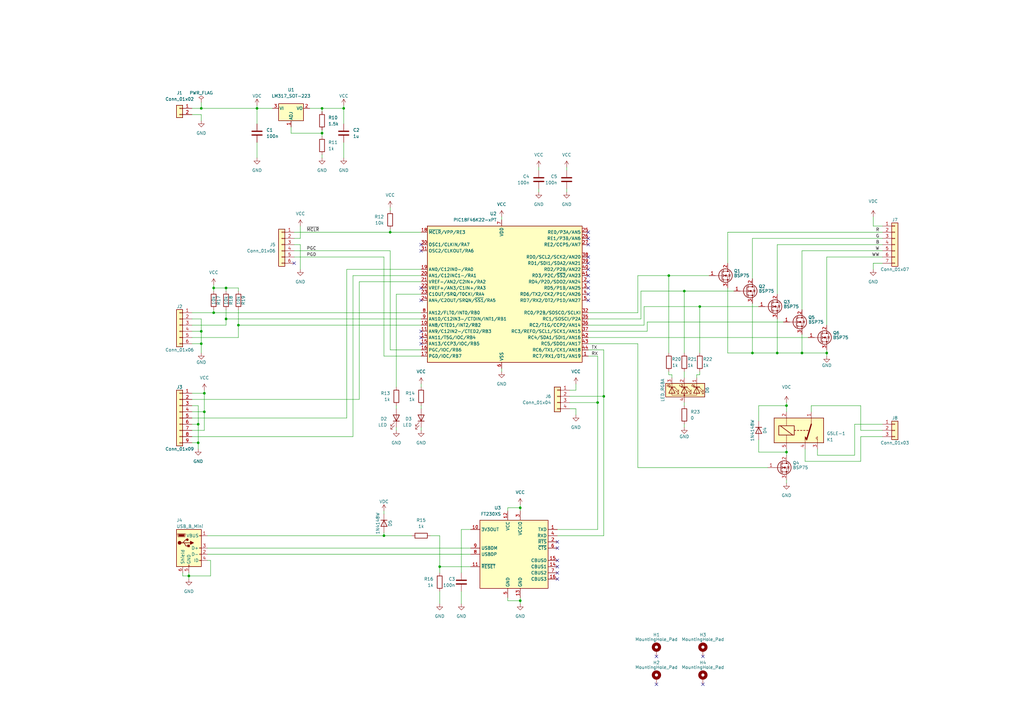
<source format=kicad_sch>
(kicad_sch (version 20211123) (generator eeschema)
  (paper "A3")
  (title_block (title "little-chef") (date "04. July 2022") (rev "1.0.0") (company "Made by CAZaugg") (comment 1 "Little light controller board"))
  (lib_symbols
    (symbol "Connector:USB_B_Mini" (pin_names (offset 1.016))
      (property "Reference" "J" (at -5.08 11.43 0))
      (property "Value" "USB_B_Mini" (at -5.08 8.89 0))
      (symbol "USB_B_Mini_1_1"
        (pin power_out line (at 7.62 5.08 180) (length 2.54) (name "VBUS") (number "1"))
        (pin bidirectional line (at 7.62 -2.54 180) (length 2.54) (name "D-") (number "2"))
        (pin bidirectional line (at 7.62 0 180) (length 2.54) (name "D+") (number "3"))
        (pin passive line (at 7.62 -5.08 180) (length 2.54) (name "ID") (number "4"))
        (pin power_out line (at 0 -10.16 90) (length 2.54) (name "GND") (number "5"))
        (pin passive line (at -2.54 -10.16 90) (length 2.54) (name "Shield") (number "6"))
      )
    )
    (symbol "Connector_Generic:Conn_01x02" (pin_names (offset 1.016) hide)
      (property "Reference" "J" (at 0 2.54 0))
      (property "Value" "Conn_01x02" (at 0 -5.08 0))
      (symbol "Conn_01x02_1_1"
        (pin passive line (at -5.08 0 0) (length 3.81) (name "Pin_1") (number "1"))
        (pin passive line (at -5.08 -2.54 0) (length 3.81) (name "Pin_2") (number "2"))
      )
    )
    (symbol "Connector_Generic:Conn_01x03" (pin_names (offset 1.016) hide)
      (property "Reference" "J" (at 0 5.08 0))
      (property "Value" "Conn_01x03" (at 0 -5.08 0))
      (symbol "Conn_01x03_1_1"
        (pin passive line (at -5.08 2.54 0) (length 3.81) (name "Pin_1") (number "1"))
        (pin passive line (at -5.08 0 0) (length 3.81) (name "Pin_2") (number "2"))
        (pin passive line (at -5.08 -2.54 0) (length 3.81) (name "Pin_3") (number "3"))
      )
    )
    (symbol "Connector_Generic:Conn_01x04" (pin_names (offset 1.016) hide)
      (property "Reference" "J" (at 0 5.08 0))
      (property "Value" "Conn_01x04" (at 0 -7.62 0))
      (symbol "Conn_01x04_1_1"
        (pin passive line (at -5.08 2.54 0) (length 3.81) (name "Pin_1") (number "1"))
        (pin passive line (at -5.08 0 0) (length 3.81) (name "Pin_2") (number "2"))
        (pin passive line (at -5.08 -2.54 0) (length 3.81) (name "Pin_3") (number "3"))
        (pin passive line (at -5.08 -5.08 0) (length 3.81) (name "Pin_4") (number "4"))
      )
    )
    (symbol "Connector_Generic:Conn_01x06" (pin_names (offset 1.016) hide)
      (property "Reference" "J" (at 0 7.62 0))
      (property "Value" "Conn_01x06" (at 0 -10.16 0))
      (symbol "Conn_01x06_1_1"
        (pin passive line (at -5.08 5.08 0) (length 3.81) (name "Pin_1") (number "1"))
        (pin passive line (at -5.08 2.54 0) (length 3.81) (name "Pin_2") (number "2"))
        (pin passive line (at -5.08 0 0) (length 3.81) (name "Pin_3") (number "3"))
        (pin passive line (at -5.08 -2.54 0) (length 3.81) (name "Pin_4") (number "4"))
        (pin passive line (at -5.08 -5.08 0) (length 3.81) (name "Pin_5") (number "5"))
        (pin passive line (at -5.08 -7.62 0) (length 3.81) (name "Pin_6") (number "6"))
      )
    )
    (symbol "Connector_Generic:Conn_01x07" (pin_names (offset 1.016) hide)
      (property "Reference" "J" (at 0 10.16 0))
      (property "Value" "Conn_01x07" (at 0 -10.16 0))
      (symbol "Conn_01x07_1_1"
        (pin passive line (at -5.08 7.62 0) (length 3.81) (name "Pin_1") (number "1"))
        (pin passive line (at -5.08 5.08 0) (length 3.81) (name "Pin_2") (number "2"))
        (pin passive line (at -5.08 2.54 0) (length 3.81) (name "Pin_3") (number "3"))
        (pin passive line (at -5.08 0 0) (length 3.81) (name "Pin_4") (number "4"))
        (pin passive line (at -5.08 -2.54 0) (length 3.81) (name "Pin_5") (number "5"))
        (pin passive line (at -5.08 -5.08 0) (length 3.81) (name "Pin_6") (number "6"))
        (pin passive line (at -5.08 -7.62 0) (length 3.81) (name "Pin_7") (number "7"))
      )
    )
    (symbol "Connector_Generic:Conn_01x09" (pin_names (offset 1.016) hide)
      (property "Reference" "J" (at 0 12.7 0))
      (property "Value" "Conn_01x09" (at 0 -12.7 0))
      (symbol "Conn_01x09_1_1"
        (pin passive line (at -5.08 10.16 0) (length 3.81) (name "Pin_1") (number "1"))
        (pin passive line (at -5.08 7.62 0) (length 3.81) (name "Pin_2") (number "2"))
        (pin passive line (at -5.08 5.08 0) (length 3.81) (name "Pin_3") (number "3"))
        (pin passive line (at -5.08 2.54 0) (length 3.81) (name "Pin_4") (number "4"))
        (pin passive line (at -5.08 0 0) (length 3.81) (name "Pin_5") (number "5"))
        (pin passive line (at -5.08 -2.54 0) (length 3.81) (name "Pin_6") (number "6"))
        (pin passive line (at -5.08 -5.08 0) (length 3.81) (name "Pin_7") (number "7"))
        (pin passive line (at -5.08 -7.62 0) (length 3.81) (name "Pin_8") (number "8"))
        (pin passive line (at -5.08 -10.16 0) (length 3.81) (name "Pin_9") (number "9"))
      )
    )
    (symbol "Device:C" (pin_numbers hide) (pin_names (offset 0.254))
      (property "Reference" "C" (at 0.635 2.54 0))
      (property "Value" "C" (at 0.635 -2.54 0))
      (symbol "C_1_1"
        (pin passive line (at 0 3.81 270) (length 2.794) (name "~") (number "1"))
        (pin passive line (at 0 -3.81 90) (length 2.794) (name "~") (number "2"))
      )
    )
    (symbol "Device:LED" (pin_numbers hide) (pin_names (offset 1.016) hide)
      (property "Reference" "D" (at 0 2.54 0))
      (property "Value" "LED" (at 0 -2.54 0))
      (symbol "LED_1_1"
        (pin passive line (at -3.81 0 0) (length 2.54) (name "K") (number "1"))
        (pin passive line (at 3.81 0 180) (length 2.54) (name "A") (number "2"))
      )
    )
    (symbol "Device:LED_RGBA" (pin_names (offset 0) hide)
      (property "Reference" "D" (at 0 9.398 0))
      (property "Value" "LED_RGBA" (at 0 -8.89 0))
      (symbol "LED_RGBA_0_0"
        (text "B" (at -1.905 -6.35 0) (effects (font (size 1.27 1.27))))
        (text "G" (at -1.905 -1.27 0) (effects (font (size 1.27 1.27))))
        (text "R" (at -1.905 3.81 0) (effects (font (size 1.27 1.27))))
      )
      (symbol "LED_RGBA_1_1"
        (pin passive line (at -5.08 5.08 0) (length 2.54) (name "RK") (number "1"))
        (pin passive line (at -5.08 0 0) (length 2.54) (name "GK") (number "2"))
        (pin passive line (at -5.08 -5.08 0) (length 2.54) (name "BK") (number "3"))
        (pin passive line (at 5.08 0 180) (length 2.54) (name "A") (number "4"))
      )
    )
    (symbol "Device:R" (pin_numbers hide) (pin_names (offset 0))
      (property "Reference" "R" (at 2.032 0 90))
      (property "Value" "R" (at 0 0 90))
      (symbol "R_1_1"
        (pin passive line (at 0 3.81 270) (length 1.27) (name "~") (number "1"))
        (pin passive line (at 0 -3.81 90) (length 1.27) (name "~") (number "2"))
      )
    )
    (symbol "Diode:1N4148W" (pin_numbers hide) (pin_names (offset 1.016) hide)
      (property "Reference" "D" (at 0 2.54 0))
      (property "Value" "1N4148W" (at 0 -2.54 0))
      (symbol "1N4148W_1_1"
        (pin passive line (at -3.81 0 0) (length 2.54) (name "K") (number "1"))
        (pin passive line (at 3.81 0 180) (length 2.54) (name "A") (number "2"))
      )
    )
    (symbol "Interface_USB:FT230XS"
      (property "Reference" "U" (at -13.97 15.24 0))
      (property "Value" "FT230XS" (at 7.62 15.24 0))
      (symbol "FT230XS_1_1"
        (pin output line (at 17.78 10.16 180) (length 3.81) (name "TXD") (number "1"))
        (pin power_out line (at -17.78 10.16 0) (length 3.81) (name "3V3OUT") (number "10"))
        (pin input line (at -17.78 -5.08 0) (length 3.81) (name "~{RESET}") (number "11"))
        (pin power_in line (at -2.54 17.78 270) (length 3.81) (name "VCC") (number "12"))
        (pin power_in line (at 2.54 -17.78 90) (length 3.81) (name "GND") (number "13"))
        (pin bidirectional line (at 17.78 -5.08 180) (length 3.81) (name "CBUS1") (number "14"))
        (pin bidirectional line (at 17.78 -2.54 180) (length 3.81) (name "CBUS0") (number "15"))
        (pin bidirectional line (at 17.78 -10.16 180) (length 3.81) (name "CBUS3") (number "16"))
        (pin output line (at 17.78 5.08 180) (length 3.81) (name "~{RTS}") (number "2"))
        (pin power_in line (at 2.54 17.78 270) (length 3.81) (name "VCCIO") (number "3"))
        (pin input line (at 17.78 7.62 180) (length 3.81) (name "RXD") (number "4"))
        (pin power_in line (at -2.54 -17.78 90) (length 3.81) (name "GND") (number "5"))
        (pin input line (at 17.78 2.54 180) (length 3.81) (name "~{CTS}") (number "6"))
        (pin bidirectional line (at 17.78 -7.62 180) (length 3.81) (name "CBUS2") (number "7"))
        (pin bidirectional line (at -17.78 0 0) (length 3.81) (name "USBDP") (number "8"))
        (pin bidirectional line (at -17.78 2.54 0) (length 3.81) (name "USBDM") (number "9"))
      )
    )
    (symbol "MCU_Microchip_PIC18:PIC18F46K22-xPT"
      (property "Reference" "U" (at -29.21 29.21 0))
      (property "Value" "PIC18F46K22-xPT" (at 21.59 -29.21 0))
      (symbol "PIC18F46K22-xPT_1_1"
        (pin bidirectional line (at -35.56 -25.4 0) (length 2.54) (name "RC7/RX1/DT1/AN19") (number "1"))
        (pin bidirectional line (at 33.02 -12.7 180) (length 2.54) (name "AN8/CTED1/INT2/RB2") (number "10"))
        (pin bidirectional line (at 33.02 -15.24 180) (length 2.54) (name "AN9/C12IN2-/CTED2/RB3") (number "11"))
        (pin no_connect line (at -10.16 -27.94 90) (length 2.54) hide (name "NC") (number "12"))
        (pin no_connect line (at -7.62 -27.94 90) (length 2.54) hide (name "NC") (number "13"))
        (pin bidirectional line (at 33.02 -17.78 180) (length 2.54) (name "AN11/T5G/IOC/RB4") (number "14"))
        (pin bidirectional line (at 33.02 -20.32 180) (length 2.54) (name "AN13/CCP3/IOC/RB5") (number "15"))
        (pin bidirectional line (at 33.02 -22.86 180) (length 2.54) (name "PGC/IOC/RB6") (number "16"))
        (pin bidirectional line (at 33.02 -25.4 180) (length 2.54) (name "PGD/IOC/RB7") (number "17"))
        (pin bidirectional line (at 33.02 25.4 180) (length 2.54) (name "~{MCLR}/VPP/RE3") (number "18"))
        (pin bidirectional line (at 33.02 10.16 180) (length 2.54) (name "AN0/C12IN0-/RA0") (number "19"))
        (pin bidirectional line (at -35.56 5.08 0) (length 2.54) (name "RD4/P2D/SDO2/AN24") (number "2"))
        (pin bidirectional line (at 33.02 7.62 180) (length 2.54) (name "AN1/C12INC1-/RA1") (number "20"))
        (pin bidirectional line (at 33.02 5.08 180) (length 2.54) (name "VREF-/AN2/C2IN+/RA2") (number "21"))
        (pin bidirectional line (at 33.02 2.54 180) (length 2.54) (name "VREF+/AN3/C1IN+/RA3") (number "22"))
        (pin bidirectional line (at 33.02 0 180) (length 2.54) (name "C1OUT/SRQ/T0CKI/RA4") (number "23"))
        (pin bidirectional line (at 33.02 -2.54 180) (length 2.54) (name "AN4/C2OUT/SRQN/~{SS1}/RA5") (number "24"))
        (pin bidirectional line (at -35.56 25.4 0) (length 2.54) (name "RE0/P3A/AN5") (number "25"))
        (pin bidirectional line (at -35.56 22.86 0) (length 2.54) (name "RE1/P3B/AN6") (number "26"))
        (pin bidirectional line (at -35.56 20.32 0) (length 2.54) (name "RE2/CCP5/AN7") (number "27"))
        (pin passive line (at 0 30.48 270) (length 2.54) hide (name "VDD") (number "28"))
        (pin passive line (at 0 -30.48 90) (length 2.54) hide (name "VSS") (number "29"))
        (pin bidirectional line (at -35.56 2.54 0) (length 2.54) (name "RD5/P1B/AN25") (number "3"))
        (pin bidirectional line (at 33.02 20.32 180) (length 2.54) (name "OSC1/CLKIN/RA7") (number "30"))
        (pin bidirectional line (at 33.02 17.78 180) (length 2.54) (name "OSC2/CLKOUT/RA6") (number "31"))
        (pin bidirectional line (at -35.56 -7.62 0) (length 2.54) (name "RC0/P2B/SOSCO/SCLKI") (number "32"))
        (pin no_connect line (at -5.08 -27.94 90) (length 2.54) hide (name "NC") (number "33"))
        (pin no_connect line (at -2.54 -27.94 90) (length 2.54) hide (name "NC") (number "34"))
        (pin bidirectional line (at -35.56 -10.16 0) (length 2.54) (name "RC1/SOSCI/P2A") (number "35"))
        (pin bidirectional line (at -35.56 -12.7 0) (length 2.54) (name "RC2/T1G/CCP2/AN14") (number "36"))
        (pin bidirectional line (at -35.56 -15.24 0) (length 2.54) (name "RC3/REFO/SCL1/SCK1/AN15") (number "37"))
        (pin bidirectional line (at -35.56 15.24 0) (length 2.54) (name "RD0/SCL2/SCK2/AN20") (number "38"))
        (pin bidirectional line (at -35.56 12.7 0) (length 2.54) (name "RD1/SDI1/SDA2/AN21") (number "39"))
        (pin bidirectional line (at -35.56 0 0) (length 2.54) (name "RD6/TX2/CK2/P1C/AN26") (number "4"))
        (pin bidirectional line (at -35.56 10.16 0) (length 2.54) (name "RD2/P2B/AN22") (number "40"))
        (pin bidirectional line (at -35.56 7.62 0) (length 2.54) (name "RD3/P2C/~{SS2}/AN23") (number "41"))
        (pin bidirectional line (at -35.56 -17.78 0) (length 2.54) (name "RC4/SDA1/SDI1/AN16") (number "42"))
        (pin bidirectional line (at -35.56 -20.32 0) (length 2.54) (name "RC5/SDO1/AN17") (number "43"))
        (pin bidirectional line (at -35.56 -22.86 0) (length 2.54) (name "RC6/TX1/CK1/AN18") (number "44"))
        (pin bidirectional line (at -35.56 -2.54 0) (length 2.54) (name "RD7/RX2/DT2/P1D/AN27") (number "5"))
        (pin power_in line (at 0 -30.48 90) (length 2.54) (name "VSS") (number "6"))
        (pin power_in line (at 0 30.48 270) (length 2.54) (name "VDD") (number "7"))
        (pin bidirectional line (at 33.02 -7.62 180) (length 2.54) (name "AN12/FLT0/INT0/RB0") (number "8"))
        (pin bidirectional line (at 33.02 -10.16 180) (length 2.54) (name "AN10/C12IN3-/CTDIN/INT1/RB1") (number "9"))
      )
    )
    (symbol "Mechanical:MountingHole_Pad" (pin_numbers hide) (pin_names (offset 1.016) hide)
      (property "Reference" "H" (at 0 6.35 0))
      (property "Value" "MountingHole_Pad" (at 0 4.445 0))
      (symbol "MountingHole_Pad_1_1"
        (pin input line (at 0 -2.54 90) (length 2.54) (name "1") (number "1"))
      )
    )
    (symbol "Regulator_Linear:LM317_SOT-223" (pin_names (offset 0.254))
      (property "Reference" "U" (at -3.81 3.175 0))
      (property "Value" "LM317_SOT-223" (at 0 3.175 0))
      (symbol "LM317_SOT-223_1_1"
        (pin input line (at 0 -7.62 90) (length 2.54) (name "ADJ") (number "1"))
        (pin power_out line (at 7.62 0 180) (length 2.54) (name "VO") (number "2"))
        (pin power_in line (at -7.62 0 0) (length 2.54) (name "VI") (number "3"))
      )
    )
    (symbol "Relay:G5LE-1"
      (property "Reference" "K" (at 11.43 3.81 0))
      (property "Value" "G5LE-1" (at 11.43 1.27 0))
      (symbol "G5LE-1_1_1"
        (pin passive line (at 5.08 -7.62 90) (length 2.54) (name "~") (number "1"))
        (pin passive line (at -5.08 -7.62 90) (length 2.54) (name "~") (number "2"))
        (pin passive line (at 7.62 7.62 270) (length 2.54) (name "~") (number "3"))
        (pin passive line (at 2.54 7.62 270) (length 2.54) (name "~") (number "4"))
        (pin passive line (at -5.08 7.62 270) (length 2.54) (name "~") (number "5"))
      )
    )
    (symbol "Transistor_FET:BSP89" (pin_names hide)
      (property "Reference" "Q" (at 5.08 1.905 0))
      (property "Value" "BSP89" (at 5.08 0 0))
      (symbol "BSP89_1_1"
        (pin input line (at -5.08 0 0) (length 2.54) (name "G") (number "1"))
        (pin passive line (at 2.54 5.08 270) (length 2.54) (name "D") (number "2"))
        (pin passive line (at 2.54 -5.08 90) (length 2.54) (name "S") (number "3"))
      )
    )
    (symbol "power:GND" (power) (pin_names (offset 0))
      (property "Value" "GND" (at 0 -3.81 0))
      (symbol "GND_1_1"
        (pin power_in line (at 0 0 270) (length 0) hide (name "GND") (number "1"))
      )
    )
    (symbol "power:PWR_FLAG" (power) (pin_numbers hide) (pin_names (offset 0) hide)
      (property "Value" "PWR_FLAG" (at 0 3.81 0))
      (symbol "PWR_FLAG_0_0"
        (pin power_out line (at 0 0 90) (length 0) (name "pwr") (number "1"))
      )
    )
    (symbol "power:VCC" (power) (pin_names (offset 0))
      (property "Value" "VCC" (at 0 3.81 0))
      (symbol "VCC_1_1"
        (pin power_in line (at 0 0 90) (length 0) hide (name "VCC") (number "1"))
      )
    )
    (symbol "power:VDC" (power) (pin_names (offset 0))
      (property "Value" "VDC" (at 0 6.35 0))
      (symbol "VDC_1_1"
        (pin power_in line (at 0 0 90) (length 0) hide (name "VDC") (number "1"))
      )
    )
  )
  (junction (at 97.79 133.35))
  (junction (at 180.34 232.41))
  (junction (at 105.41 44.45))
  (junction (at 132.08 44.45))
  (junction (at 82.55 44.45))
  (junction (at 82.55 135.89))
  (junction (at 81.28 181.61))
  (junction (at 87.63 118.11))
  (junction (at 213.36 246.38))
  (junction (at 82.55 140.97))
  (junction (at 157.48 219.71))
  (junction (at 213.36 208.28))
  (junction (at 322.58 166.37))
  (junction (at 92.71 130.81))
  (junction (at 322.58 185.42))
  (junction (at 245.11 165.1))
  (junction (at 83.82 168.91))
  (junction (at 318.77 144.78))
  (junction (at 247.65 162.56))
  (junction (at 274.32 113.03))
  (junction (at 77.47 236.22))
  (junction (at 140.97 44.45))
  (junction (at 287.02 125.73))
  (junction (at 328.93 144.78))
  (junction (at 339.09 144.78))
  (junction (at 92.71 118.11))
  (junction (at 280.67 119.38))
  (junction (at 87.63 128.27))
  (junction (at 83.82 161.29))
  (junction (at 308.61 144.78))
  (junction (at 160.02 95.25))
  (junction (at 132.08 54.61))
  (junction (at 81.28 173.99))
  (no_connect (at 269.24 269.24))
  (no_connect (at 269.24 280.67))
  (no_connect (at 288.29 280.67))
  (no_connect (at 288.29 269.24))
  (no_connect (at 172.72 102.87))
  (no_connect (at 172.72 100.33))
  (no_connect (at 172.72 118.11))
  (no_connect (at 172.72 123.19))
  (no_connect (at 172.72 135.89))
  (no_connect (at 172.72 138.43))
  (no_connect (at 172.72 140.97))
  (no_connect (at 241.3 95.25))
  (no_connect (at 241.3 97.79))
  (no_connect (at 241.3 100.33))
  (no_connect (at 241.3 107.95))
  (no_connect (at 241.3 110.49))
  (no_connect (at 241.3 113.03))
  (no_connect (at 241.3 115.57))
  (no_connect (at 241.3 118.11))
  (no_connect (at 241.3 120.65))
  (no_connect (at 241.3 123.19))
  (no_connect (at 241.3 105.41))
  (no_connect (at 120.65 107.95))
  (no_connect (at 228.6 222.25))
  (no_connect (at 228.6 229.87))
  (no_connect (at 228.6 224.79))
  (no_connect (at 228.6 237.49))
  (no_connect (at 228.6 232.41))
  (no_connect (at 228.6 234.95))
  (wire (pts (xy 78.74 135.89) (xy 82.55 135.89)))
  (wire (pts (xy 172.72 176.53) (xy 172.72 175.26)))
  (wire (pts (xy 82.55 140.97) (xy 78.74 140.97)))
  (wire (pts (xy 189.23 234.95) (xy 189.23 217.17)))
  (wire (pts (xy 339.09 133.35) (xy 339.09 105.41)))
  (wire (pts (xy 228.6 219.71) (xy 247.65 219.71)))
  (wire (pts (xy 81.28 181.61) (xy 81.28 184.15)))
  (wire (pts (xy 78.74 179.07) (xy 144.78 179.07)))
  (wire (pts (xy 262.89 119.38) (xy 262.89 130.81)))
  (wire (pts (xy 172.72 130.81) (xy 92.71 130.81)))
  (wire (pts (xy 353.06 189.23) (xy 353.06 179.07)))
  (wire (pts (xy 308.61 144.78) (xy 298.45 144.78)))
  (wire (pts (xy 233.68 165.1) (xy 245.11 165.1)))
  (wire (pts (xy 140.97 58.42) (xy 140.97 64.77)))
  (wire (pts (xy 265.43 135.89) (xy 241.3 135.89)))
  (wire (pts (xy 280.67 166.37) (xy 280.67 165.1)))
  (wire (pts (xy 82.55 41.91) (xy 82.55 44.45)))
  (wire (pts (xy 144.78 113.03) (xy 144.78 179.07)))
  (wire (pts (xy 111.76 44.45) (xy 105.41 44.45)))
  (wire (pts (xy 78.74 176.53) (xy 83.82 176.53)))
  (wire (pts (xy 280.67 119.38) (xy 280.67 144.78)))
  (wire (pts (xy 147.32 163.83) (xy 147.32 115.57)))
  (wire (pts (xy 180.34 219.71) (xy 176.53 219.71)))
  (wire (pts (xy 339.09 143.51) (xy 339.09 144.78)))
  (wire (pts (xy 162.56 176.53) (xy 162.56 175.26)))
  (wire (pts (xy 132.08 53.34) (xy 132.08 54.61)))
  (wire (pts (xy 213.36 208.28) (xy 213.36 209.55)))
  (wire (pts (xy 172.72 128.27) (xy 87.63 128.27)))
  (wire (pts (xy 213.36 246.38) (xy 213.36 247.65)))
  (wire (pts (xy 87.63 128.27) (xy 78.74 128.27)))
  (wire (pts (xy 92.71 127) (xy 92.71 130.81)))
  (wire (pts (xy 361.95 176.53) (xy 353.06 176.53)))
  (wire (pts (xy 318.77 130.81) (xy 318.77 144.78)))
  (wire (pts (xy 322.58 185.42) (xy 311.15 185.42)))
  (wire (pts (xy 78.74 130.81) (xy 82.55 130.81)))
  (wire (pts (xy 77.47 234.95) (xy 77.47 236.22)))
  (wire (pts (xy 205.74 152.4) (xy 205.74 151.13)))
  (wire (pts (xy 97.79 127) (xy 97.79 133.35)))
  (wire (pts (xy 247.65 162.56) (xy 247.65 219.71)))
  (wire (pts (xy 83.82 161.29) (xy 78.74 161.29)))
  (wire (pts (xy 157.48 105.41) (xy 120.65 105.41)))
  (wire (pts (xy 213.36 208.28) (xy 208.28 208.28)))
  (wire (pts (xy 261.62 140.97) (xy 261.62 191.77)))
  (wire (pts (xy 140.97 50.8) (xy 140.97 44.45)))
  (wire (pts (xy 265.43 132.08) (xy 265.43 135.89)))
  (wire (pts (xy 339.09 105.41) (xy 361.95 105.41)))
  (wire (pts (xy 298.45 144.78) (xy 298.45 118.11)))
  (wire (pts (xy 132.08 54.61) (xy 132.08 55.88)))
  (wire (pts (xy 318.77 100.33) (xy 318.77 120.65)))
  (wire (pts (xy 280.67 119.38) (xy 262.89 119.38)))
  (wire (pts (xy 361.95 102.87) (xy 328.93 102.87)))
  (wire (pts (xy 322.58 165.1) (xy 322.58 166.37)))
  (wire (pts (xy 172.72 115.57) (xy 147.32 115.57)))
  (wire (pts (xy 311.15 166.37) (xy 311.15 172.72)))
  (wire (pts (xy 120.65 102.87) (xy 160.02 102.87)))
  (wire (pts (xy 353.06 166.37) (xy 332.74 166.37)))
  (wire (pts (xy 353.06 176.53) (xy 353.06 166.37)))
  (wire (pts (xy 92.71 118.11) (xy 97.79 118.11)))
  (wire (pts (xy 328.93 137.16) (xy 328.93 144.78)))
  (wire (pts (xy 172.72 120.65) (xy 162.56 120.65)))
  (wire (pts (xy 81.28 173.99) (xy 81.28 166.37)))
  (wire (pts (xy 318.77 144.78) (xy 308.61 144.78)))
  (wire (pts (xy 132.08 44.45) (xy 132.08 45.72)))
  (wire (pts (xy 160.02 85.09) (xy 160.02 86.36)))
  (wire (pts (xy 361.95 100.33) (xy 318.77 100.33)))
  (wire (pts (xy 361.95 95.25) (xy 298.45 95.25)))
  (wire (pts (xy 330.2 184.15) (xy 330.2 189.23)))
  (wire (pts (xy 220.98 68.58) (xy 220.98 69.85)))
  (wire (pts (xy 157.48 218.44) (xy 157.48 219.71)))
  (wire (pts (xy 105.41 44.45) (xy 105.41 50.8)))
  (wire (pts (xy 160.02 102.87) (xy 160.02 143.51)))
  (wire (pts (xy 78.74 171.45) (xy 142.24 171.45)))
  (wire (pts (xy 172.72 146.05) (xy 157.48 146.05)))
  (wire (pts (xy 245.11 146.05) (xy 241.3 146.05)))
  (wire (pts (xy 261.62 113.03) (xy 274.32 113.03)))
  (wire (pts (xy 85.09 229.87) (xy 86.36 229.87)))
  (wire (pts (xy 213.36 207.01) (xy 213.36 208.28)))
  (wire (pts (xy 311.15 125.73) (xy 287.02 125.73)))
  (wire (pts (xy 157.48 146.05) (xy 157.48 105.41)))
  (wire (pts (xy 189.23 247.65) (xy 189.23 242.57)))
  (wire (pts (xy 172.72 110.49) (xy 142.24 110.49)))
  (wire (pts (xy 245.11 146.05) (xy 245.11 165.1)))
  (wire (pts (xy 232.41 68.58) (xy 232.41 69.85)))
  (wire (pts (xy 287.02 152.4) (xy 287.02 153.67)))
  (wire (pts (xy 236.22 160.02) (xy 233.68 160.02)))
  (wire (pts (xy 168.91 219.71) (xy 157.48 219.71)))
  (wire (pts (xy 86.36 229.87) (xy 86.36 236.22)))
  (wire (pts (xy 236.22 157.48) (xy 236.22 160.02)))
  (wire (pts (xy 280.67 152.4) (xy 280.67 154.94)))
  (wire (pts (xy 236.22 170.18) (xy 236.22 167.64)))
  (wire (pts (xy 87.63 116.84) (xy 87.63 118.11)))
  (wire (pts (xy 331.47 138.43) (xy 241.3 138.43)))
  (wire (pts (xy 285.75 153.67) (xy 287.02 153.67)))
  (wire (pts (xy 274.32 113.03) (xy 290.83 113.03)))
  (wire (pts (xy 247.65 143.51) (xy 247.65 162.56)))
  (wire (pts (xy 358.14 110.49) (xy 358.14 107.95)))
  (wire (pts (xy 82.55 44.45) (xy 105.41 44.45)))
  (wire (pts (xy 132.08 44.45) (xy 127 44.45)))
  (wire (pts (xy 92.71 133.35) (xy 78.74 133.35)))
  (wire (pts (xy 318.77 144.78) (xy 328.93 144.78)))
  (wire (pts (xy 157.48 219.71) (xy 85.09 219.71)))
  (wire (pts (xy 160.02 95.25) (xy 160.02 93.98)))
  (wire (pts (xy 264.16 133.35) (xy 241.3 133.35)))
  (wire (pts (xy 189.23 217.17) (xy 193.04 217.17)))
  (wire (pts (xy 97.79 138.43) (xy 97.79 133.35)))
  (wire (pts (xy 123.19 100.33) (xy 120.65 100.33)))
  (wire (pts (xy 245.11 165.1) (xy 245.11 217.17)))
  (wire (pts (xy 208.28 209.55) (xy 208.28 208.28)))
  (wire (pts (xy 322.58 185.42) (xy 322.58 186.69)))
  (wire (pts (xy 193.04 224.79) (xy 85.09 224.79)))
  (wire (pts (xy 228.6 217.17) (xy 245.11 217.17)))
  (wire (pts (xy 236.22 167.64) (xy 233.68 167.64)))
  (wire (pts (xy 78.74 173.99) (xy 81.28 173.99)))
  (wire (pts (xy 241.3 140.97) (xy 261.62 140.97)))
  (wire (pts (xy 119.38 52.07) (xy 119.38 54.61)))
  (wire (pts (xy 82.55 46.99) (xy 78.74 46.99)))
  (wire (pts (xy 172.72 166.37) (xy 172.72 167.64)))
  (wire (pts (xy 208.28 246.38) (xy 213.36 246.38)))
  (wire (pts (xy 261.62 128.27) (xy 261.62 113.03)))
  (wire (pts (xy 232.41 77.47) (xy 232.41 78.74)))
  (wire (pts (xy 241.3 143.51) (xy 247.65 143.51)))
  (wire (pts (xy 321.31 132.08) (xy 265.43 132.08)))
  (wire (pts (xy 322.58 166.37) (xy 311.15 166.37)))
  (wire (pts (xy 220.98 77.47) (xy 220.98 78.74)))
  (wire (pts (xy 81.28 166.37) (xy 78.74 166.37)))
  (wire (pts (xy 193.04 232.41) (xy 180.34 232.41)))
  (wire (pts (xy 82.55 49.53) (xy 82.55 46.99)))
  (wire (pts (xy 262.89 130.81) (xy 241.3 130.81)))
  (wire (pts (xy 274.32 113.03) (xy 274.32 144.78)))
  (wire (pts (xy 123.19 92.71) (xy 123.19 97.79)))
  (wire (pts (xy 275.59 153.67) (xy 275.59 154.94)))
  (wire (pts (xy 120.65 95.25) (xy 160.02 95.25)))
  (wire (pts (xy 83.82 168.91) (xy 78.74 168.91)))
  (wire (pts (xy 300.99 119.38) (xy 280.67 119.38)))
  (wire (pts (xy 160.02 143.51) (xy 172.72 143.51)))
  (wire (pts (xy 274.32 152.4) (xy 274.32 153.67)))
  (wire (pts (xy 280.67 175.26) (xy 280.67 173.99)))
  (wire (pts (xy 261.62 128.27) (xy 241.3 128.27)))
  (wire (pts (xy 86.36 236.22) (xy 77.47 236.22)))
  (wire (pts (xy 105.41 58.42) (xy 105.41 64.77)))
  (wire (pts (xy 285.75 153.67) (xy 285.75 154.94)))
  (wire (pts (xy 92.71 118.11) (xy 92.71 119.38)))
  (wire (pts (xy 83.82 161.29) (xy 83.82 168.91)))
  (wire (pts (xy 308.61 97.79) (xy 308.61 114.3)))
  (wire (pts (xy 123.19 110.49) (xy 123.19 100.33)))
  (wire (pts (xy 78.74 181.61) (xy 81.28 181.61)))
  (wire (pts (xy 77.47 236.22) (xy 77.47 237.49)))
  (wire (pts (xy 264.16 125.73) (xy 264.16 133.35)))
  (wire (pts (xy 287.02 125.73) (xy 287.02 144.78)))
  (wire (pts (xy 97.79 118.11) (xy 97.79 119.38)))
  (wire (pts (xy 172.72 95.25) (xy 160.02 95.25)))
  (wire (pts (xy 78.74 44.45) (xy 82.55 44.45)))
  (wire (pts (xy 275.59 153.67) (xy 274.32 153.67)))
  (wire (pts (xy 311.15 185.42) (xy 311.15 180.34)))
  (wire (pts (xy 87.63 119.38) (xy 87.63 118.11)))
  (wire (pts (xy 83.82 176.53) (xy 83.82 168.91)))
  (wire (pts (xy 132.08 64.77) (xy 132.08 63.5)))
  (wire (pts (xy 358.14 92.71) (xy 358.14 88.9)))
  (wire (pts (xy 328.93 144.78) (xy 339.09 144.78)))
  (wire (pts (xy 180.34 242.57) (xy 180.34 247.65)))
  (wire (pts (xy 361.95 107.95) (xy 358.14 107.95)))
  (wire (pts (xy 140.97 43.18) (xy 140.97 44.45)))
  (wire (pts (xy 87.63 118.11) (xy 92.71 118.11)))
  (wire (pts (xy 83.82 160.02) (xy 83.82 161.29)))
  (wire (pts (xy 328.93 102.87) (xy 328.93 127)))
  (wire (pts (xy 140.97 44.45) (xy 132.08 44.45)))
  (wire (pts (xy 332.74 168.91) (xy 332.74 166.37)))
  (wire (pts (xy 361.95 173.99) (xy 350.52 173.99)))
  (wire (pts (xy 172.72 113.03) (xy 144.78 113.03)))
  (wire (pts (xy 361.95 92.71) (xy 358.14 92.71)))
  (wire (pts (xy 78.74 163.83) (xy 147.32 163.83)))
  (wire (pts (xy 322.58 198.12) (xy 322.58 196.85)))
  (wire (pts (xy 82.55 135.89) (xy 82.55 140.97)))
  (wire (pts (xy 87.63 127) (xy 87.63 128.27)))
  (wire (pts (xy 322.58 184.15) (xy 322.58 185.42)))
  (wire (pts (xy 353.06 179.07) (xy 361.95 179.07)))
  (wire (pts (xy 205.74 88.9) (xy 205.74 90.17)))
  (wire (pts (xy 74.93 234.95) (xy 74.93 236.22)))
  (wire (pts (xy 162.56 120.65) (xy 162.56 158.75)))
  (wire (pts (xy 350.52 173.99) (xy 350.52 186.69)))
  (wire (pts (xy 308.61 144.78) (xy 308.61 124.46)))
  (wire (pts (xy 81.28 173.99) (xy 81.28 181.61)))
  (wire (pts (xy 330.2 189.23) (xy 353.06 189.23)))
  (wire (pts (xy 74.93 236.22) (xy 77.47 236.22)))
  (wire (pts (xy 172.72 157.48) (xy 172.72 158.75)))
  (wire (pts (xy 82.55 130.81) (xy 82.55 135.89)))
  (wire (pts (xy 180.34 232.41) (xy 180.34 234.95)))
  (wire (pts (xy 287.02 125.73) (xy 264.16 125.73)))
  (wire (pts (xy 105.41 43.18) (xy 105.41 44.45)))
  (wire (pts (xy 180.34 219.71) (xy 180.34 232.41)))
  (wire (pts (xy 339.09 144.78) (xy 339.09 146.05)))
  (wire (pts (xy 350.52 186.69) (xy 335.28 186.69)))
  (wire (pts (xy 97.79 133.35) (xy 172.72 133.35)))
  (wire (pts (xy 142.24 110.49) (xy 142.24 171.45)))
  (wire (pts (xy 162.56 166.37) (xy 162.56 167.64)))
  (wire (pts (xy 78.74 138.43) (xy 97.79 138.43)))
  (wire (pts (xy 193.04 227.33) (xy 85.09 227.33)))
  (wire (pts (xy 82.55 144.78) (xy 82.55 140.97)))
  (wire (pts (xy 157.48 209.55) (xy 157.48 210.82)))
  (wire (pts (xy 119.38 54.61) (xy 132.08 54.61)))
  (wire (pts (xy 322.58 168.91) (xy 322.58 166.37)))
  (wire (pts (xy 208.28 245.11) (xy 208.28 246.38)))
  (wire (pts (xy 247.65 162.56) (xy 233.68 162.56)))
  (wire (pts (xy 92.71 130.81) (xy 92.71 133.35)))
  (wire (pts (xy 314.96 191.77) (xy 261.62 191.77)))
  (wire (pts (xy 123.19 97.79) (xy 120.65 97.79)))
  (wire (pts (xy 335.28 186.69) (xy 335.28 184.15)))
  (wire (pts (xy 298.45 95.25) (xy 298.45 107.95)))
  (wire (pts (xy 361.95 97.79) (xy 308.61 97.79)))
  (wire (pts (xy 213.36 245.11) (xy 213.36 246.38)))
  (label "G" (at 360.68 97.79 180))
  (label "RX" (at 242.57 146.05 0))
  (label "PGD" (at 125.73 105.41 0))
  (label "R" (at 360.68 95.25 180))
  (label "TX" (at 242.57 143.51 0))
  (label "B" (at 360.68 100.33 180))
  (label "W" (at 360.68 102.87 180))
  (label "~{MCLR}" (at 125.73 95.25 0))
  (label "WW" (at 360.68 105.41 180))
  (label "PGC" (at 125.73 102.87 0))
  (symbol (lib_id "Connector_Generic:Conn_01x02") (at 73.66 44.45 0) (mirror y) (unit 1)
    (property "Reference" "J1" (at 73.66 38.1 0))
    (property "Value" "Conn_01x02" (at 73.66 40.64 0))
    (property "Footprint" "Connector_PinHeader_2.54mm:PinHeader_1x02_P2.54mm_Vertical" (effects hide))
  )
  (symbol (lib_id "power:GND") (at 180.34 247.65 0) (mirror y) (unit 1)
    (property "Reference" "#PWR019" (effects hide))
    (property "Value" "GND" (at 180.34 252.73 0))
  )
  (symbol (lib_id "power:VDC") (at 105.41 43.18 0) (unit 1)
    (property "Reference" "#PWR05" (effects hide))
    (property "Value" "VDC" (at 105.41 39.37 0))
  )
  (symbol (lib_id "power:VCC") (at 140.97 43.18 0) (unit 1)
    (property "Reference" "#PWR013" (effects hide))
    (property "Value" "VCC" (at 140.97 39.37 0))
  )
  (symbol (lib_id "Device:LED_RGBA") (at 280.67 160.02 270) (unit 1)
    (property "Reference" "D6" (at 290.068 160.02 0))
    (property "Value" "LED_RGBA" (at 271.78 160.02 0))
    (property "Footprint" "LED_SMD:LED_Cree-PLCC4_2x2mm_CW" (effects hide))
    (property "Manufacturer" "Cree" (effects hide))
    (property "Mount" "SMD" (effects hide))
    (property "Type" "CLMVC-FKA-CLBDGL7LBB79353" (effects hide))
  )
  (symbol (lib_id "Regulator_Linear:LM317_SOT-223") (at 119.38 44.45 0) (unit 1)
    (property "Reference" "U1" (at 119.38 36.83 0))
    (property "Value" "LM317_SOT-223" (at 119.38 39.37 0))
    (property "Footprint" "Package_TO_SOT_SMD:SOT-223-3_TabPin2" (effects hide))
    (property "Datasheet" "http://www.ti.com/lit/ds/symlink/lm317.pdf" (effects hide))
    (property "Manufacturer" "OnSemi" (effects hide))
    (property "Mount" "SMD" (effects hide))
    (property "Type" "LM317MSTT3G" (effects hide))
  )
  (symbol (lib_id "power:VCC") (at 172.72 157.48 0) (mirror y) (unit 1)
    (property "Reference" "#PWR017" (effects hide))
    (property "Value" "VCC" (at 172.72 152.4 0))
  )
  (symbol (lib_id "Device:R") (at 87.63 123.19 0) (unit 1)
    (property "Reference" "R17" (at 89.662 123.19 90))
    (property "Value" "10k" (at 87.63 123.19 90))
    (property "Footprint" "Resistor_SMD:R_0805_2012Metric" (effects hide))
  )
  (symbol (lib_id "Mechanical:MountingHole_Pad") (at 288.29 266.7 0) (unit 1)
    (property "Reference" "H3" (at 288.29 260.35 0))
    (property "Value" "MountingHole_Pad" (at 288.29 262.255 0))
    (property "Footprint" "MountingHole:MountingHole_2.7mm_M2.5_Pad_Via" (effects hide))
  )
  (symbol (lib_id "power:GND") (at 172.72 176.53 0) (mirror y) (unit 1)
    (property "Reference" "#PWR018" (effects hide))
    (property "Value" "GND" (at 172.72 181.61 0))
  )
  (symbol (lib_id "Device:R") (at 280.67 170.18 0) (unit 1)
    (property "Reference" "R23" (at 283.21 168.9099 0) (effects (justify left)))
    (property "Value" "0" (at 283.21 171.4499 0) (effects (justify left)))
    (property "Footprint" "Resistor_SMD:R_0805_2012Metric" (effects hide))
  )
  (symbol (lib_id "MCU_Microchip_PIC18:PIC18F46K22-xPT") (at 205.74 120.65 0) (mirror y) (unit 1)
    (property "Reference" "U2" (at 203.7206 87.63 0) (effects (justify left)))
    (property "Value" "PIC18F46K22-xPT" (at 203.7206 90.17 0) (effects (justify left)))
    (property "Footprint" "Package_QFP:TQFP-44_10x10mm_P0.8mm" (effects hide))
    (property "Datasheet" "http://ww1.microchip.com/downloads/en/DeviceDoc/40001412G.pdf" (effects hide))
    (property "Manufacturer" "Microchip" (effects hide))
    (property "Mount" "SMD" (effects hide))
    (property "Type" "PIC18F46K22-xPT" (effects hide))
  )
  (symbol (lib_id "power:VCC") (at 236.22 157.48 0) (mirror y) (unit 1)
    (property "Reference" "#PWR027" (effects hide))
    (property "Value" "VCC" (at 236.22 152.4 0))
  )
  (symbol (lib_id "Interface_USB:FT230XS") (at 210.82 227.33 0) (unit 1)
    (property "Reference" "U3" (at 205.5113 208.28 0) (effects (justify right)))
    (property "Value" "FT230XS" (at 205.5113 210.82 0) (effects (justify right)))
    (property "Footprint" "Package_SO:SSOP-16_3.9x4.9mm_P0.635mm" (effects hide))
    (property "Datasheet" "https://www.ftdichip.com/Support/Documents/DataSheets/ICs/DS_FT230X.pdf" (effects hide))
    (property "Manufacturer" "FTDI" (effects hide))
    (property "Mount" "SMD" (effects hide))
    (property "Type" "FT230XS" (effects hide))
  )
  (symbol (lib_id "Connector:USB_B_Mini") (at 77.47 224.79 0) (unit 1)
    (property "Reference" "J4" (at 72.39 213.36 0) (effects (justify left)))
    (property "Value" "USB_B_Mini" (at 72.39 215.9 0) (effects (justify left)))
    (property "Footprint" "Connector_USB:USB_Micro-B_Molex_47346-0001" (effects hide))
    (property "Manufacturer" "Molex" (effects hide))
    (property "Mount" "SMD" (effects hide))
    (property "Specs" "USB Micro" (effects hide))
    (property "Type" "47346-0001 " (effects hide))
  )
  (symbol (lib_id "Device:R") (at 280.67 148.59 0) (unit 1)
    (property "Reference" "R21" (at 281.94 147.32 0) (effects (justify left)))
    (property "Value" "1k" (at 281.94 149.86 0) (effects (justify left)))
    (property "Footprint" "Resistor_SMD:R_0805_2012Metric" (effects hide))
  )
  (symbol (lib_id "power:GND") (at 132.08 64.77 0) (unit 1)
    (property "Reference" "#PWR012" (effects hide))
    (property "Value" "GND" (at 132.08 69.85 0))
  )
  (symbol (lib_id "power:GND") (at 205.74 152.4 0) (mirror y) (unit 1)
    (property "Reference" "#PWR022" (effects hide))
    (property "Value" "GND" (at 205.74 157.48 0))
  )
  (symbol (lib_id "Connector_Generic:Conn_01x06") (at 115.57 100.33 0) (mirror y) (unit 1)
    (property "Reference" "J5" (at 113.03 100.3299 0) (effects (justify left)))
    (property "Value" "Conn_01x06" (at 113.03 102.8699 0) (effects (justify left)))
    (property "Footprint" "Connector_PinHeader_2.54mm:PinHeader_1x06_P2.54mm_Vertical" (effects hide))
  )
  (symbol (lib_id "power:GND") (at 220.98 78.74 0) (mirror y) (unit 1)
    (property "Reference" "#PWR026" (effects hide))
    (property "Value" "GND" (at 220.98 83.82 0))
  )
  (symbol (lib_id "power:VCC") (at 160.02 85.09 0) (mirror y) (unit 1)
    (property "Reference" "#PWR015" (effects hide))
    (property "Value" "VCC" (at 160.02 80.01 0))
  )
  (symbol (lib_id "Device:R") (at 160.02 90.17 0) (mirror y) (unit 1)
    (property "Reference" "R12" (at 157.48 88.8999 0) (effects (justify left)))
    (property "Value" "10k" (at 157.48 91.4399 0) (effects (justify left)))
    (property "Footprint" "Resistor_SMD:R_0805_2012Metric" (effects hide))
  )
  (symbol (lib_id "power:GND") (at 82.55 49.53 0) (unit 1)
    (property "Reference" "#PWR03" (effects hide))
    (property "Value" "GND" (at 82.55 54.61 0))
  )
  (symbol (lib_id "Device:R") (at 180.34 238.76 0) (mirror y) (unit 1)
    (property "Reference" "R16" (at 177.8 237.4899 0) (effects (justify left)))
    (property "Value" "1k" (at 177.8 240.0299 0) (effects (justify left)))
    (property "Footprint" "Resistor_SMD:R_0805_2012Metric" (effects hide))
  )
  (symbol (lib_id "Device:C") (at 232.41 73.66 0) (mirror y) (unit 1)
    (property "Reference" "C5" (at 228.6 72.3899 0) (effects (justify left)))
    (property "Value" "100n" (at 228.6 74.9299 0) (effects (justify left)))
    (property "Footprint" "Capacitor_SMD:C_0805_2012Metric" (effects hide))
    (property "Mount" "SMD" (effects hide))
    (property "Specs" "50V" (effects hide))
  )
  (symbol (lib_id "Transistor_FET:BSP89") (at 295.91 113.03 0) (unit 1)
    (property "Reference" "Q1" (at 300.99 111.125 0) (effects (justify left)))
    (property "Value" "BSP75" (at 300.99 113.03 0) (effects (justify left)))
    (property "Footprint" "Package_TO_SOT_SMD:SOT-223-3_TabPin2" (effects hide))
    (property "Datasheet" "https://www.infineon.com/dgdl/Infineon-BSP89-DS-v02_02-en.pdf?fileId=db3a30433b47825b013b4b8a07f90d55" (effects hide))
    (property "Manufacturer" "Infineon " (effects hide))
    (property "Mount" "SMD" (effects hide))
    (property "Type" "BSP75N" (effects hide))
  )
  (symbol (lib_id "power:VCC") (at 220.98 68.58 0) (mirror y) (unit 1)
    (property "Reference" "#PWR025" (effects hide))
    (property "Value" "VCC" (at 220.98 63.5 0))
  )
  (symbol (lib_id "power:VCC") (at 232.41 68.58 0) (mirror y) (unit 1)
    (property "Reference" "#PWR036" (effects hide))
    (property "Value" "VCC" (at 232.41 63.5 0))
  )
  (symbol (lib_id "Device:C") (at 140.97 54.61 0) (unit 1)
    (property "Reference" "C2" (at 144.78 53.3399 0) (effects (justify left)))
    (property "Value" "1u" (at 144.78 55.8799 0) (effects (justify left)))
    (property "Footprint" "Capacitor_SMD:C_0805_2012Metric" (effects hide))
    (property "Specs" "50V" (effects hide))
    (property "Mount" "SMD" (effects hide))
  )
  (symbol (lib_id "power:GND") (at 280.67 175.26 0) (mirror y) (unit 1)
    (property "Reference" "#PWR035" (effects hide))
    (property "Value" "GND" (at 280.67 179.07 0))
  )
  (symbol (lib_id "Mechanical:MountingHole_Pad") (at 269.24 278.13 0) (unit 1)
    (property "Reference" "H2" (at 269.24 271.78 0))
    (property "Value" "MountingHole_Pad" (at 269.24 273.685 0))
    (property "Footprint" "MountingHole:MountingHole_2.7mm_M2.5_Pad_Via" (effects hide))
  )
  (symbol (lib_id "Device:C") (at 189.23 238.76 0) (mirror y) (unit 1)
    (property "Reference" "C3" (at 186.69 237.49 0) (effects (justify left)))
    (property "Value" "100n" (at 186.69 240.03 0) (effects (justify left)))
    (property "Footprint" "Capacitor_SMD:C_0805_2012Metric" (effects hide))
    (property "Mount" "SMD" (effects hide))
    (property "Specs" "50V" (effects hide))
  )
  (symbol (lib_id "Diode:1N4148W") (at 157.48 214.63 270) (unit 1)
    (property "Reference" "D5" (at 160.02 214.63 0))
    (property "Value" "1N4148W" (at 154.94 214.63 0))
    (property "Footprint" "Diode_SMD:D_SOD-123" (effects hide))
    (property "Datasheet" "https://www.vishay.com/docs/85748/1n4148w.pdf" (effects hide))
    (property "Manufacturer" "Diodes Inc" (effects hide))
    (property "Mount" "SMD" (effects hide))
    (property "Type" "1N4148W-13-F " (effects hide))
  )
  (symbol (lib_id "power:VCC") (at 83.82 160.02 0) (mirror y) (unit 1)
    (property "Reference" "#PWR0102" (effects hide))
    (property "Value" "VCC" (at 83.82 154.94 0))
  )
  (symbol (lib_id "Transistor_FET:BSP89") (at 336.55 138.43 0) (unit 1)
    (property "Reference" "Q6" (at 341.63 136.525 0) (effects (justify left)))
    (property "Value" "BSP75" (at 341.63 138.43 0) (effects (justify left)))
    (property "Footprint" "Package_TO_SOT_SMD:SOT-223-3_TabPin2" (effects hide))
    (property "Datasheet" "https://www.infineon.com/dgdl/Infineon-BSP89-DS-v02_02-en.pdf?fileId=db3a30433b47825b013b4b8a07f90d55" (effects hide))
    (property "Manufacturer" "Infineon " (effects hide))
    (property "Mount" "SMD" (effects hide))
    (property "Type" "BSP75N" (effects hide))
  )
  (symbol (lib_id "Device:R") (at 92.71 123.19 0) (unit 1)
    (property "Reference" "R18" (at 94.742 123.19 90))
    (property "Value" "10k" (at 92.71 123.19 90))
    (property "Footprint" "Resistor_SMD:R_0805_2012Metric" (effects hide))
  )
  (symbol (lib_id "Mechanical:MountingHole_Pad") (at 269.24 266.7 0) (unit 1)
    (property "Reference" "H1" (at 269.24 260.35 0))
    (property "Value" "MountingHole_Pad" (at 269.24 262.255 0))
    (property "Footprint" "MountingHole:MountingHole_2.7mm_M2.5_Pad_Via" (effects hide))
  )
  (symbol (lib_id "power:GND") (at 213.36 247.65 0) (mirror y) (unit 1)
    (property "Reference" "#PWR024" (effects hide))
    (property "Value" "GND" (at 213.36 252.73 0))
  )
  (symbol (lib_id "power:VCC") (at 123.19 92.71 0) (mirror y) (unit 1)
    (property "Reference" "#PWR08" (effects hide))
    (property "Value" "VCC" (at 123.19 87.63 0))
  )
  (symbol (lib_id "Diode:1N4148W") (at 311.15 176.53 270) (unit 1)
    (property "Reference" "D4" (at 313.69 176.53 0))
    (property "Value" "1N4148W" (at 308.61 176.53 0))
    (property "Footprint" "Diode_SMD:D_SOD-123" (effects hide))
    (property "Datasheet" "https://www.vishay.com/docs/85748/1n4148w.pdf" (effects hide))
    (property "Manufacturer" "Diodes Inc" (effects hide))
    (property "Mount" "SMD" (effects hide))
    (property "Type" "1N4148W-13-F " (effects hide))
  )
  (symbol (lib_id "Relay:G5LE-1") (at 327.66 176.53 0) (mirror x) (unit 1)
    (property "Reference" "K1" (at 339.09 180.34 0) (effects (justify left)))
    (property "Value" "G5LE-1" (at 339.09 177.8 0) (effects (justify left)))
    (property "Footprint" "Relay_THT:Relay_SPDT_Omron-G5LE-1" (effects hide))
    (property "Datasheet" "http://www.omron.com/ecb/products/pdf/en-g5le.pdf" (effects hide))
    (property "Manufacturer" "Omron" (effects hide))
    (property "Mount" "THT" (effects hide))
    (property "Specs" "24V" (effects hide))
    (property "Type" "G5LE-1A-DC24 " (effects hide))
  )
  (symbol (lib_id "Connector_Generic:Conn_01x04") (at 228.6 162.56 0) (mirror y) (unit 1)
    (property "Reference" "J6" (at 226.06 162.5599 0) (effects (justify left)))
    (property "Value" "Conn_01x04" (at 226.06 165.0999 0) (effects (justify left)))
    (property "Footprint" "Connector_PinHeader_2.54mm:PinHeader_1x04_P2.54mm_Vertical" (effects hide))
  )
  (symbol (lib_id "power:GND") (at 81.28 184.15 0) (unit 1)
    (property "Reference" "#PWR02" (effects hide))
    (property "Value" "GND" (at 81.28 189.23 0))
  )
  (symbol (lib_id "Transistor_FET:BSP89") (at 316.23 125.73 0) (unit 1)
    (property "Reference" "Q3" (at 321.31 123.825 0) (effects (justify left)))
    (property "Value" "BSP75" (at 321.31 125.73 0) (effects (justify left)))
    (property "Footprint" "Package_TO_SOT_SMD:SOT-223-3_TabPin2" (effects hide))
    (property "Datasheet" "https://www.infineon.com/dgdl/Infineon-BSP89-DS-v02_02-en.pdf?fileId=db3a30433b47825b013b4b8a07f90d55" (effects hide))
    (property "Manufacturer" "Infineon " (effects hide))
    (property "Mount" "SMD" (effects hide))
    (property "Type" "BSP75N" (effects hide))
  )
  (symbol (lib_id "Device:R") (at 162.56 162.56 0) (unit 1)
    (property "Reference" "R13" (at 160.02 161.2899 0) (effects (justify right)))
    (property "Value" "1k" (at 160.02 163.8299 0) (effects (justify right)))
    (property "Footprint" "Resistor_SMD:R_0805_2012Metric" (effects hide))
  )
  (symbol (lib_id "power:VDC") (at 157.48 209.55 0) (unit 1)
    (property "Reference" "#PWR034" (effects hide))
    (property "Value" "VDC" (at 157.48 205.74 0))
  )
  (symbol (lib_id "Device:LED") (at 162.56 171.45 270) (mirror x) (unit 1)
    (property "Reference" "D2" (at 158.75 171.7674 90) (effects (justify right)))
    (property "Value" "LED" (at 158.75 174.3074 90) (effects (justify right)))
    (property "Footprint" "LED_SMD:LED_0805_2012Metric" (effects hide))
    (property "Specs" "green" (effects hide))
    (property "Mount" "SMD" (effects hide))
  )
  (symbol (lib_id "Device:C") (at 105.41 54.61 0) (unit 1)
    (property "Reference" "C1" (at 109.22 53.3399 0) (effects (justify left)))
    (property "Value" "100n" (at 109.22 55.8799 0) (effects (justify left)))
    (property "Footprint" "Capacitor_SMD:C_0805_2012Metric" (effects hide))
    (property "Mount" "SMD" (effects hide))
    (property "Specs" "50V" (effects hide))
  )
  (symbol (lib_id "Device:R") (at 287.02 148.59 0) (unit 1)
    (property "Reference" "R22" (at 288.29 147.32 0) (effects (justify left)))
    (property "Value" "1k" (at 288.29 149.86 0) (effects (justify left)))
    (property "Footprint" "Resistor_SMD:R_0805_2012Metric" (effects hide))
  )
  (symbol (lib_id "power:GND") (at 322.58 198.12 0) (mirror y) (unit 1)
    (property "Reference" "#PWR030" (effects hide))
    (property "Value" "GND" (at 322.58 203.2 0))
  )
  (symbol (lib_id "power:GND") (at 162.56 176.53 0) (mirror y) (unit 1)
    (property "Reference" "#PWR016" (effects hide))
    (property "Value" "GND" (at 162.56 181.61 0))
  )
  (symbol (lib_id "power:GND") (at 82.55 144.78 0) (mirror y) (unit 1)
    (property "Reference" "#PWR04" (effects hide))
    (property "Value" "GND" (at 82.55 148.59 0))
  )
  (symbol (lib_id "Connector_Generic:Conn_01x07") (at 367.03 100.33 0) (unit 1)
    (property "Reference" "J7" (at 367.03 90.17 0))
    (property "Value" "Conn_01x07" (at 367.03 110.49 0))
    (property "Footprint" "Connector_PinHeader_2.54mm:PinHeader_1x07_P2.54mm_Vertical" (effects hide))
  )
  (symbol (lib_id "power:VDC") (at 322.58 165.1 0) (mirror y) (unit 1)
    (property "Reference" "#PWR029" (effects hide))
    (property "Value" "VDC" (at 322.58 158.75 0))
  )
  (symbol (lib_id "Device:R") (at 97.79 123.19 0) (unit 1)
    (property "Reference" "R19" (at 99.822 123.19 90))
    (property "Value" "10k" (at 97.79 123.19 90))
    (property "Footprint" "Resistor_SMD:R_0805_2012Metric" (effects hide))
  )
  (symbol (lib_id "Transistor_FET:BSP89") (at 326.39 132.08 0) (unit 1)
    (property "Reference" "Q5" (at 331.47 130.175 0) (effects (justify left)))
    (property "Value" "BSP75" (at 331.47 132.08 0) (effects (justify left)))
    (property "Footprint" "Package_TO_SOT_SMD:SOT-223-3_TabPin2" (effects hide))
    (property "Datasheet" "https://www.infineon.com/dgdl/Infineon-BSP89-DS-v02_02-en.pdf?fileId=db3a30433b47825b013b4b8a07f90d55" (effects hide))
    (property "Manufacturer" "Infineon " (effects hide))
    (property "Mount" "SMD" (effects hide))
    (property "Type" "BSP75N" (effects hide))
  )
  (symbol (lib_id "power:VCC") (at 87.63 116.84 0) (mirror y) (unit 1)
    (property "Reference" "#PWR0101" (effects hide))
    (property "Value" "VCC" (at 87.63 111.76 0))
  )
  (symbol (lib_id "power:VDC") (at 358.14 88.9 0) (mirror y) (unit 1)
    (property "Reference" "#PWR032" (effects hide))
    (property "Value" "VDC" (at 358.14 82.55 0))
  )
  (symbol (lib_id "Mechanical:MountingHole_Pad") (at 288.29 278.13 0) (unit 1)
    (property "Reference" "H4" (at 288.29 271.78 0))
    (property "Value" "MountingHole_Pad" (at 288.29 273.685 0))
    (property "Footprint" "MountingHole:MountingHole_2.7mm_M2.5_Pad_Via" (effects hide))
  )
  (symbol (lib_id "power:GND") (at 358.14 110.49 0) (mirror y) (unit 1)
    (property "Reference" "#PWR033" (effects hide))
    (property "Value" "GND" (at 358.14 115.57 0))
  )
  (symbol (lib_id "power:VCC") (at 205.74 88.9 0) (mirror y) (unit 1)
    (property "Reference" "#PWR021" (effects hide))
    (property "Value" "VCC" (at 205.74 83.82 0))
  )
  (symbol (lib_id "Device:R") (at 132.08 59.69 0) (unit 1)
    (property "Reference" "R11" (at 134.62 58.4199 0) (effects (justify left)))
    (property "Value" "1k" (at 134.62 60.9599 0) (effects (justify left)))
    (property "Footprint" "Resistor_SMD:R_0805_2012Metric" (effects hide))
  )
  (symbol (lib_id "power:GND") (at 140.97 64.77 0) (unit 1)
    (property "Reference" "#PWR014" (effects hide))
    (property "Value" "GND" (at 140.97 69.85 0))
  )
  (symbol (lib_id "Device:R") (at 172.72 162.56 0) (unit 1)
    (property "Reference" "R14" (at 170.18 161.2899 0) (effects (justify right)))
    (property "Value" "1k" (at 170.18 163.8299 0) (effects (justify right)))
    (property "Footprint" "Resistor_SMD:R_0805_2012Metric" (effects hide))
  )
  (symbol (lib_id "Connector_Generic:Conn_01x09") (at 73.66 171.45 0) (mirror y) (unit 1)
    (property "Reference" "J3" (at 73.66 158.75 0))
    (property "Value" "Conn_01x09" (at 73.66 184.15 0))
    (property "Footprint" "Connector_PinHeader_2.54mm:PinHeader_1x09_P2.54mm_Vertical" (effects hide))
  )
  (symbol (lib_id "Connector_Generic:Conn_01x03") (at 367.03 176.53 0) (unit 1)
    (property "Reference" "J8" (at 367.03 171.45 0))
    (property "Value" "Conn_01x03" (at 367.03 181.61 0))
    (property "Footprint" "Connector_PinHeader_2.54mm:PinHeader_1x03_P2.54mm_Vertical" (effects hide))
  )
  (symbol (lib_id "Connector_Generic:Conn_01x06") (at 73.66 133.35 0) (mirror y) (unit 1)
    (property "Reference" "J2" (at 73.66 125.73 0))
    (property "Value" "Conn_01x06" (at 73.66 143.51 0))
    (property "Footprint" "Connector_PinHeader_2.54mm:PinHeader_1x06_P2.54mm_Vertical" (effects hide))
  )
  (symbol (lib_id "Device:R") (at 172.72 219.71 90) (mirror x) (unit 1)
    (property "Reference" "R15" (at 172.72 213.36 90))
    (property "Value" "1k" (at 172.72 215.9 90))
    (property "Footprint" "Resistor_SMD:R_0805_2012Metric" (effects hide))
  )
  (symbol (lib_id "power:GND") (at 236.22 170.18 0) (mirror y) (unit 1)
    (property "Reference" "#PWR028" (effects hide))
    (property "Value" "GND" (at 236.22 175.26 0))
  )
  (symbol (lib_id "power:VCC") (at 213.36 207.01 0) (mirror y) (unit 1)
    (property "Reference" "#PWR023" (effects hide))
    (property "Value" "VCC" (at 213.36 201.93 0))
  )
  (symbol (lib_id "Transistor_FET:BSP89") (at 306.07 119.38 0) (unit 1)
    (property "Reference" "Q2" (at 311.15 117.475 0) (effects (justify left)))
    (property "Value" "BSP75" (at 311.15 119.38 0) (effects (justify left)))
    (property "Footprint" "Package_TO_SOT_SMD:SOT-223-3_TabPin2" (effects hide))
    (property "Datasheet" "https://www.infineon.com/dgdl/Infineon-BSP89-DS-v02_02-en.pdf?fileId=db3a30433b47825b013b4b8a07f90d55" (effects hide))
    (property "Manufacturer" "Infineon " (effects hide))
    (property "Mount" "SMD" (effects hide))
    (property "Type" "BSP75N" (effects hide))
  )
  (symbol (lib_id "Device:C") (at 220.98 73.66 0) (mirror y) (unit 1)
    (property "Reference" "C4" (at 217.17 72.3899 0) (effects (justify left)))
    (property "Value" "100n" (at 217.17 74.9299 0) (effects (justify left)))
    (property "Footprint" "Capacitor_SMD:C_0805_2012Metric" (effects hide))
    (property "Mount" "SMD" (effects hide))
    (property "Specs" "50V" (effects hide))
  )
  (symbol (lib_id "power:GND") (at 123.19 110.49 0) (mirror y) (unit 1)
    (property "Reference" "#PWR09" (effects hide))
    (property "Value" "GND" (at 123.19 115.57 0))
  )
  (symbol (lib_id "power:GND") (at 189.23 247.65 0) (mirror y) (unit 1)
    (property "Reference" "#PWR020" (effects hide))
    (property "Value" "GND" (at 189.23 252.73 0))
  )
  (symbol (lib_id "power:PWR_FLAG") (at 82.55 41.91 0) (unit 1)
    (property "Reference" "#FLG0101" (effects hide))
    (property "Value" "PWR_FLAG" (at 82.55 38.1 0))
  )
  (symbol (lib_id "Device:LED") (at 172.72 171.45 270) (mirror x) (unit 1)
    (property "Reference" "D3" (at 168.91 171.7674 90) (effects (justify right)))
    (property "Value" "LED" (at 168.91 174.3074 90) (effects (justify right)))
    (property "Footprint" "LED_SMD:LED_0805_2012Metric" (effects hide))
    (property "Specs" "green" (effects hide))
    (property "Mount" "SMD" (effects hide))
  )
  (symbol (lib_id "Transistor_FET:BSP89") (at 320.04 191.77 0) (unit 1)
    (property "Reference" "Q4" (at 325.12 189.865 0) (effects (justify left)))
    (property "Value" "BSP75" (at 325.12 191.77 0) (effects (justify left)))
    (property "Footprint" "Package_TO_SOT_SMD:SOT-223-3_TabPin2" (effects hide))
    (property "Datasheet" "https://www.infineon.com/dgdl/Infineon-BSP89-DS-v02_02-en.pdf?fileId=db3a30433b47825b013b4b8a07f90d55" (effects hide))
    (property "Manufacturer" "Infineon " (effects hide))
    (property "Mount" "SMD" (effects hide))
    (property "Type" "BSP75N" (effects hide))
  )
  (symbol (lib_id "Device:R") (at 274.32 148.59 0) (unit 1)
    (property "Reference" "R20" (at 279.4 147.32 0) (effects (justify right)))
    (property "Value" "1k" (at 278.13 149.86 0) (effects (justify right)))
    (property "Footprint" "Resistor_SMD:R_0805_2012Metric" (effects hide))
  )
  (symbol (lib_id "power:GND") (at 77.47 237.49 0) (mirror y) (unit 1)
    (property "Reference" "#PWR01" (effects hide))
    (property "Value" "GND" (at 77.47 242.57 0))
  )
  (symbol (lib_id "power:GND") (at 232.41 78.74 0) (mirror y) (unit 1)
    (property "Reference" "#PWR037" (effects hide))
    (property "Value" "GND" (at 232.41 83.82 0))
  )
  (symbol (lib_id "power:GND") (at 105.41 64.77 0) (unit 1)
    (property "Reference" "#PWR06" (effects hide))
    (property "Value" "GND" (at 105.41 69.85 0))
  )
  (symbol (lib_id "power:GND") (at 339.09 146.05 0) (mirror y) (unit 1)
    (property "Reference" "#PWR031" (effects hide))
    (property "Value" "GND" (at 339.09 149.86 0))
  )
  (symbol (lib_id "Device:R") (at 132.08 49.53 0) (unit 1)
    (property "Reference" "R10" (at 134.62 48.2599 0) (effects (justify left)))
    (property "Value" "1.5k" (at 134.62 50.7999 0) (effects (justify left)))
    (property "Footprint" "Resistor_SMD:R_0805_2012Metric" (effects hide))
  )
)
</source>
